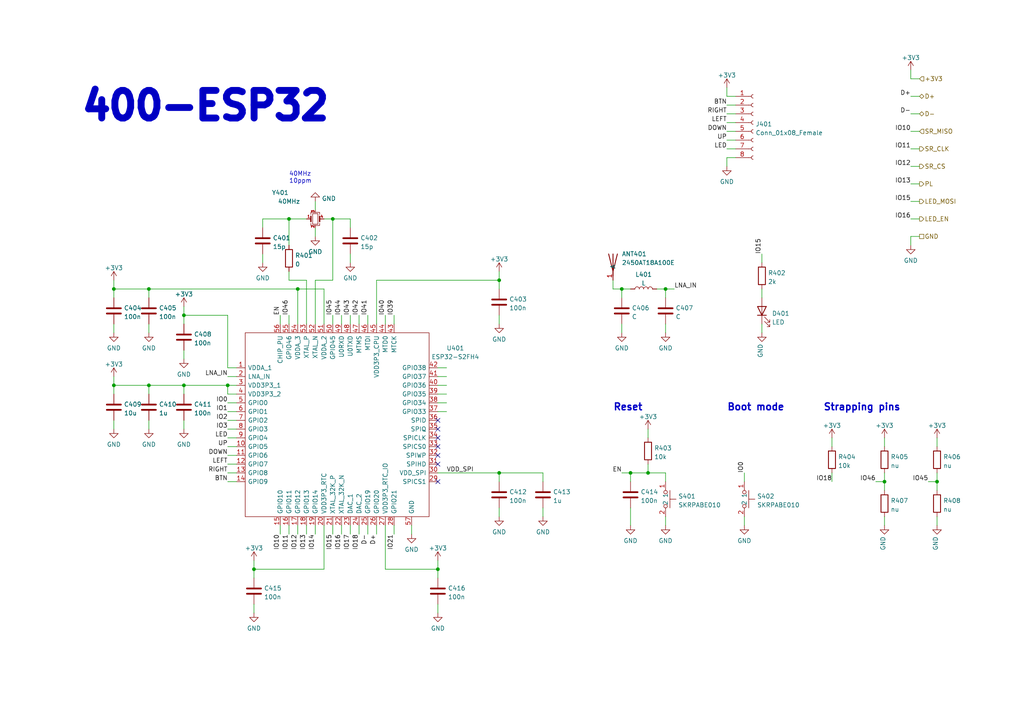
<source format=kicad_sch>
(kicad_sch (version 20211123) (generator eeschema)
  (paper "A4")
  (title_block (title "PMK_Keyboard") (date "2023-02-06") (rev "HW00") (company "PumaCorp") (comment 1 "Design by: NdG"))
  (lib_symbols
    (symbol "Component lib:2450AT18A100E" (pin_names (offset 0.762))
      (property "Reference" "ANT" (at 6.35 10.16 0))
      (property "Value" "2450AT18A100E" (at 6.35 7.62 0))
      (symbol "2450AT18A100E_0_1"
        (polyline (pts (xy 0 7.62) (xy 0 1.27)) (stroke (width 0.254)))
        (polyline (pts (xy 1.27 7.62) (xy 0 2.54) (xy -1.27 7.62)) (stroke (width 0.254)))
      )
      (symbol "2450AT18A100E_1_1"
        (pin input line (at 0 0 90) (length 2.54) (name "A") (number "1"))
      )
    )
    (symbol "Component lib:C" (pin_numbers hide) (pin_names (offset 0.254))
      (property "Reference" "C" (at 0.635 -1.27 0))
      (property "Value" "C" (at 0.635 -6.35 0))
      (symbol "C_0_1"
        (polyline (pts (xy -2.032 -4.572) (xy 2.032 -4.572)) (stroke (width 0.508)))
        (polyline (pts (xy -2.032 -3.048) (xy 2.032 -3.048)) (stroke (width 0.508)))
      )
      (symbol "C_1_1"
        (pin passive line (at 0 0 270) (length 2.794) (name "~") (number "1"))
        (pin passive line (at 0 -7.62 90) (length 2.794) (name "~") (number "2"))
      )
    )
    (symbol "Component lib:L" (pin_numbers hide) (pin_names (offset 1.016) hide)
      (property "Reference" "L" (at 3.81 -1.27 0))
      (property "Value" "L" (at 3.81 1.905 0))
      (symbol "L_0_1"
        (arc (start 2.54 0) (mid 1.905 0.635) (end 1.27 0))
        (arc (start 3.81 0) (mid 3.175 0.635) (end 2.54 0))
        (arc (start 5.08 0) (mid 4.445 0.635) (end 3.81 0))
        (arc (start 6.35 0) (mid 5.715 0.635) (end 5.08 0))
      )
      (symbol "L_1_1"
        (pin passive line (at 0 0 0) (length 1.27) (name "1") (number "1"))
        (pin passive line (at 7.62 0 180) (length 1.27) (name "2") (number "2"))
      )
    )
    (symbol "Component lib:LED" (pin_numbers hide) (pin_names (offset 1.016) hide)
      (property "Reference" "D" (at 3.81 2.54 0))
      (property "Value" "LED" (at 3.81 -2.54 0))
      (symbol "LED_0_1"
        (polyline (pts (xy 2.54 -1.27) (xy 2.54 1.27)) (stroke (width 0.254)))
        (polyline (pts (xy 2.54 0) (xy 5.08 0)))
        (polyline (pts (xy 5.08 -1.27) (xy 5.08 1.27) (xy 2.54 0) (xy 5.08 -1.27)) (stroke (width 0.254)))
        (polyline (pts (xy 0.762 -0.762) (xy -0.762 -2.286) (xy 0 -2.286) (xy -0.762 -2.286) (xy -0.762 -1.524)))
        (polyline (pts (xy 2.032 -0.762) (xy 0.508 -2.286) (xy 1.27 -2.286) (xy 0.508 -2.286) (xy 0.508 -1.524)))
      )
      (symbol "LED_1_1"
        (pin passive line (at 0 0 0) (length 2.54) (name "K") (number "1"))
        (pin passive line (at 7.62 0 180) (length 2.54) (name "A") (number "2"))
      )
    )
    (symbol "Component lib:R" (pin_numbers hide) (pin_names (offset 0))
      (property "Reference" "R" (at 2.032 -3.81 90))
      (property "Value" "R" (at 0 -3.81 90))
      (symbol "R_0_1"
        (rectangle (start -1.016 -6.35) (end 1.016 -1.27) (stroke (width 0.254)))
      )
      (symbol "R_1_1"
        (pin passive line (at 0 0 270) (length 1.27) (name "~") (number "1"))
        (pin passive line (at 0 -7.62 90) (length 1.27) (name "~") (number "2"))
      )
    )
    (symbol "Component lib:SKRPABE010" (pin_names (offset 0.762))
      (property "Reference" "S" (at 5.715 3.81 0))
      (property "Value" "SKRPABE010" (at 24.13 5.08 0))
      (symbol "SKRPABE010_0_1"
        (polyline (pts (xy 5.08 1.27) (xy 5.08 3.048)))
        (polyline (pts (xy 7.62 1.27) (xy 2.54 1.27)))
        (circle (center 3.048 0) (radius 0.508))
        (circle (center 7.112 0) (radius 0.508))
        (pin passive line (at 0 0 0) (length 2.54) (name "1") (number "1"))
        (pin passive line (at 10.16 0 180) (length 2.54) (name "2") (number "2"))
      )
    )
    (symbol "Component_lib:ESP32-S2FH4" (pin_names (offset 0.762))
      (property "Reference" "U" (at 22.86 -12.7 0))
      (property "Value" "ESP32-S2FH4" (at 22.86 -15.24 0))
      (symbol "ESP32-S2FH4_0_0"
        (pin passive line (at 0 0 0) (length 2.54) (name "VDDA_1") (number "1"))
        (pin passive line (at 0 -22.86 0) (length 2.54) (name "GPIO5") (number "10"))
        (pin passive line (at 0 -25.4 0) (length 2.54) (name "GPIO6") (number "11"))
        (pin passive line (at 0 -27.94 0) (length 2.54) (name "GPIO7") (number "12"))
        (pin passive line (at 0 -30.48 0) (length 2.54) (name "GPIO8") (number "13"))
        (pin passive line (at 0 -33.02 0) (length 2.54) (name "GPIO9") (number "14"))
        (pin passive line (at 12.7 -45.72 90) (length 2.54) (name "GPIO10") (number "15"))
        (pin passive line (at 15.24 -45.72 90) (length 2.54) (name "GPIO11") (number "16"))
        (pin passive line (at 17.78 -45.72 90) (length 2.54) (name "GPIO12") (number "17"))
        (pin passive line (at 20.32 -45.72 90) (length 2.54) (name "GPIO13") (number "18"))
        (pin passive line (at 22.86 -45.72 90) (length 2.54) (name "GPIO14") (number "19"))
        (pin passive line (at 0 -2.54 0) (length 2.54) (name "LNA_IN") (number "2"))
        (pin passive line (at 25.4 -45.72 90) (length 2.54) (name "VDD3P3_RTC") (number "20"))
        (pin passive line (at 27.94 -45.72 90) (length 2.54) (name "XTAL_32K_P") (number "21"))
        (pin passive line (at 30.48 -45.72 90) (length 2.54) (name "XTAL_32K_N") (number "22"))
        (pin passive line (at 33.02 -45.72 90) (length 2.54) (name "DAC_1") (number "23"))
        (pin passive line (at 35.56 -45.72 90) (length 2.54) (name "DAC_2") (number "24"))
        (pin passive line (at 38.1 -45.72 90) (length 2.54) (name "GPIO19") (number "25"))
        (pin passive line (at 40.64 -45.72 90) (length 2.54) (name "GPIO20") (number "26"))
        (pin passive line (at 43.18 -45.72 90) (length 2.54) (name "VDD3P3_RTC_IO") (number "27"))
        (pin passive line (at 45.72 -45.72 90) (length 2.54) (name "GPIO21") (number "28"))
        (pin passive line (at 58.42 -33.02 180) (length 2.54) (name "SPICS1") (number "29"))
        (pin passive line (at 0 -5.08 0) (length 2.54) (name "VDD3P3_1") (number "3"))
        (pin passive line (at 58.42 -30.48 180) (length 2.54) (name "VDD_SPI") (number "30"))
        (pin passive line (at 58.42 -27.94 180) (length 2.54) (name "SPIHD") (number "31"))
        (pin passive line (at 58.42 -25.4 180) (length 2.54) (name "SPIWP") (number "32"))
        (pin passive line (at 58.42 -22.86 180) (length 2.54) (name "SPICS0") (number "33"))
        (pin passive line (at 58.42 -20.32 180) (length 2.54) (name "SPICLK") (number "34"))
        (pin passive line (at 58.42 -17.78 180) (length 2.54) (name "SPIQ") (number "35"))
        (pin passive line (at 58.42 -15.24 180) (length 2.54) (name "SPID") (number "36"))
        (pin passive line (at 58.42 -12.7 180) (length 2.54) (name "GPIO33") (number "37"))
        (pin passive line (at 58.42 -10.16 180) (length 2.54) (name "GPIO34") (number "38"))
        (pin passive line (at 58.42 -7.62 180) (length 2.54) (name "GPIO35") (number "39"))
        (pin passive line (at 0 -7.62 0) (length 2.54) (name "VDD3P3_2") (number "4"))
        (pin passive line (at 58.42 -5.08 180) (length 2.54) (name "GPIO36") (number "40"))
        (pin passive line (at 58.42 -2.54 180) (length 2.54) (name "GPIO37") (number "41"))
        (pin passive line (at 58.42 0 180) (length 2.54) (name "GPIO38") (number "42"))
        (pin passive line (at 45.72 12.7 270) (length 2.54) (name "MTCK") (number "43"))
        (pin passive line (at 43.18 12.7 270) (length 2.54) (name "MTD0") (number "44"))
        (pin passive line (at 40.64 12.7 270) (length 2.54) (name "VDD3P3_CPU") (number "45"))
        (pin passive line (at 38.1 12.7 270) (length 2.54) (name "MTDI") (number "46"))
        (pin passive line (at 35.56 12.7 270) (length 2.54) (name "MTMS") (number "47"))
        (pin passive line (at 33.02 12.7 270) (length 2.54) (name "U0TXD") (number "48"))
        (pin passive line (at 30.48 12.7 270) (length 2.54) (name "U0RXD") (number "49"))
        (pin passive line (at 0 -10.16 0) (length 2.54) (name "GPIO0") (number "5"))
        (pin passive line (at 27.94 12.7 270) (length 2.54) (name "GPIO45") (number "50"))
        (pin passive line (at 25.4 12.7 270) (length 2.54) (name "VDDA_2") (number "51"))
        (pin passive line (at 22.86 12.7 270) (length 2.54) (name "XTAL_N") (number "52"))
        (pin passive line (at 20.32 12.7 270) (length 2.54) (name "XTAL_P") (number "53"))
        (pin passive line (at 17.78 12.7 270) (length 2.54) (name "VDDA_3") (number "54"))
        (pin passive line (at 15.24 12.7 270) (length 2.54) (name "GPIO46") (number "55"))
        (pin passive line (at 12.7 12.7 270) (length 2.54) (name "CHIP_PU") (number "56"))
        (pin passive line (at 50.8 -45.72 90) (length 2.54) (name "GND") (number "57"))
        (pin passive line (at 0 -12.7 0) (length 2.54) (name "GPIO1") (number "6"))
        (pin passive line (at 0 -15.24 0) (length 2.54) (name "GPIO2") (number "7"))
        (pin passive line (at 0 -17.78 0) (length 2.54) (name "GPIO3") (number "8"))
        (pin passive line (at 0 -20.32 0) (length 2.54) (name "GPIO4") (number "9"))
      )
      (symbol "ESP32-S2FH4_0_1"
        (polyline (pts (xy 2.54 10.16) (xy 55.88 10.16) (xy 55.88 -43.18) (xy 2.54 -43.18) (xy 2.54 10.16)) (stroke (width 0.1524)))
      )
    )
    (symbol "Connector:Conn_01x08_Female" (pin_names (offset 1.016) hide)
      (property "Reference" "J" (at 0 10.16 0))
      (property "Value" "Conn_01x08_Female" (at 0 -12.7 0))
      (symbol "Conn_01x08_Female_1_1"
        (arc (start 0 -9.652) (mid -0.508 -10.16) (end 0 -10.668) (stroke (width 0.1524)))
        (arc (start 0 -7.112) (mid -0.508 -7.62) (end 0 -8.128) (stroke (width 0.1524)))
        (arc (start 0 -4.572) (mid -0.508 -5.08) (end 0 -5.588) (stroke (width 0.1524)))
        (arc (start 0 -2.032) (mid -0.508 -2.54) (end 0 -3.048) (stroke (width 0.1524)))
        (polyline (pts (xy -1.27 -10.16) (xy -0.508 -10.16)) (stroke (width 0.1524)))
        (polyline (pts (xy -1.27 -7.62) (xy -0.508 -7.62)) (stroke (width 0.1524)))
        (polyline (pts (xy -1.27 -5.08) (xy -0.508 -5.08)) (stroke (width 0.1524)))
        (polyline (pts (xy -1.27 -2.54) (xy -0.508 -2.54)) (stroke (width 0.1524)))
        (polyline (pts (xy -1.27 0) (xy -0.508 0)) (stroke (width 0.1524)))
        (polyline (pts (xy -1.27 2.54) (xy -0.508 2.54)) (stroke (width 0.1524)))
        (polyline (pts (xy -1.27 5.08) (xy -0.508 5.08)) (stroke (width 0.1524)))
        (polyline (pts (xy -1.27 7.62) (xy -0.508 7.62)) (stroke (width 0.1524)))
        (arc (start 0 0.508) (mid -0.508 0) (end 0 -0.508) (stroke (width 0.1524)))
        (arc (start 0 3.048) (mid -0.508 2.54) (end 0 2.032) (stroke (width 0.1524)))
        (arc (start 0 5.588) (mid -0.508 5.08) (end 0 4.572) (stroke (width 0.1524)))
        (arc (start 0 8.128) (mid -0.508 7.62) (end 0 7.112) (stroke (width 0.1524)))
        (pin passive line (at -5.08 7.62 0) (length 3.81) (name "Pin_1") (number "1"))
        (pin passive line (at -5.08 5.08 0) (length 3.81) (name "Pin_2") (number "2"))
        (pin passive line (at -5.08 2.54 0) (length 3.81) (name "Pin_3") (number "3"))
        (pin passive line (at -5.08 0 0) (length 3.81) (name "Pin_4") (number "4"))
        (pin passive line (at -5.08 -2.54 0) (length 3.81) (name "Pin_5") (number "5"))
        (pin passive line (at -5.08 -5.08 0) (length 3.81) (name "Pin_6") (number "6"))
        (pin passive line (at -5.08 -7.62 0) (length 3.81) (name "Pin_7") (number "7"))
        (pin passive line (at -5.08 -10.16 0) (length 3.81) (name "Pin_8") (number "8"))
      )
    )
    (symbol "Device:Crystal_GND23_Small" (pin_names (offset 1.016) hide)
      (property "Reference" "Y" (at 1.27 4.445 0))
      (property "Value" "Crystal_GND23_Small" (at 1.27 2.54 0))
      (symbol "Crystal_GND23_Small_0_1"
        (rectangle (start -0.762 -1.524) (end 0.762 1.524))
        (polyline (pts (xy -1.27 -0.762) (xy -1.27 0.762)) (stroke (width 0.381)))
        (polyline (pts (xy 1.27 -0.762) (xy 1.27 0.762)) (stroke (width 0.381)))
        (polyline (pts (xy -1.27 -1.27) (xy -1.27 -1.905) (xy 1.27 -1.905) (xy 1.27 -1.27)))
        (polyline (pts (xy -1.27 1.27) (xy -1.27 1.905) (xy 1.27 1.905) (xy 1.27 1.27)))
      )
      (symbol "Crystal_GND23_Small_1_1"
        (pin passive line (at -2.54 0 0) (length 1.27) (name "1") (number "1"))
        (pin passive line (at 0 -2.54 90) (length 0.635) (name "2") (number "2"))
        (pin passive line (at 0 2.54 270) (length 0.635) (name "3") (number "3"))
        (pin passive line (at 2.54 0 180) (length 1.27) (name "4") (number "4"))
      )
    )
    (symbol "power:+3V3" (power) (pin_names (offset 0))
      (property "Value" "+3V3" (at 0 3.556 0))
      (symbol "+3V3_0_1"
        (polyline (pts (xy -0.762 1.27) (xy 0 2.54)))
        (polyline (pts (xy 0 0) (xy 0 2.54)))
        (polyline (pts (xy 0 2.54) (xy 0.762 1.27)))
      )
      (symbol "+3V3_1_1"
        (pin power_in line (at 0 0 90) (length 0) hide (name "+3V3") (number "1"))
      )
    )
    (symbol "power:GND" (power) (pin_names (offset 0))
      (property "Value" "GND" (at 0 -3.81 0))
      (symbol "GND_0_1"
        (polyline (pts (xy 0 0) (xy 0 -1.27) (xy 1.27 -1.27) (xy 0 -2.54) (xy -1.27 -1.27) (xy 0 -1.27)))
      )
      (symbol "GND_1_1"
        (pin power_in line (at 0 0 270) (length 0) hide (name "GND") (number "1"))
      )
    )
  )
  (junction (at 43.18 83.82))
  (junction (at 53.34 91.44))
  (junction (at 182.88 137.16))
  (junction (at 127 165.1))
  (junction (at 33.02 83.82))
  (junction (at 187.96 137.16))
  (junction (at 96.52 63.5))
  (junction (at 66.04 111.76))
  (junction (at 33.02 111.76))
  (junction (at 193.04 83.82))
  (junction (at 86.36 83.82))
  (junction (at 180.34 83.82))
  (junction (at 83.82 63.5))
  (junction (at 271.78 139.7))
  (junction (at 256.54 139.7))
  (junction (at 43.18 111.76))
  (junction (at 53.34 111.76))
  (junction (at 144.78 81.28))
  (junction (at 144.78 137.16))
  (junction (at 73.66 165.1))
  (no_connect (at 127 127))
  (no_connect (at 127 132.08))
  (no_connect (at 127 139.7))
  (no_connect (at 127 129.54))
  (no_connect (at 127 134.62))
  (no_connect (at 127 124.46))
  (no_connect (at 127 121.92))
  (wire (pts (xy 53.34 101.6) (xy 53.34 104.14)))
  (wire (pts (xy 66.04 129.54) (xy 68.58 129.54)))
  (wire (pts (xy 127 165.1) (xy 127 167.64)))
  (wire (pts (xy 101.6 73.66) (xy 101.6 76.2)))
  (wire (pts (xy 144.78 137.16) (xy 157.48 137.16)))
  (wire (pts (xy 127 162.56) (xy 127 165.1)))
  (wire (pts (xy 182.88 147.32) (xy 182.88 152.4)))
  (wire (pts (xy 66.04 121.92) (xy 68.58 121.92)))
  (wire (pts (xy 264.16 43.18) (xy 266.7 43.18)))
  (wire (pts (xy 106.68 91.44) (xy 106.68 93.98)))
  (wire (pts (xy 66.04 111.76) (xy 68.58 111.76)))
  (wire (pts (xy 264.16 22.86) (xy 266.7 22.86)))
  (wire (pts (xy 53.34 114.3) (xy 53.34 111.76)))
  (wire (pts (xy 83.82 71.12) (xy 83.82 63.5)))
  (wire (pts (xy 109.22 152.4) (xy 109.22 154.94)))
  (wire (pts (xy 256.54 137.16) (xy 256.54 139.7)))
  (wire (pts (xy 114.3 91.44) (xy 114.3 93.98)))
  (wire (pts (xy 111.76 91.44) (xy 111.76 93.98)))
  (wire (pts (xy 264.16 20.32) (xy 264.16 22.86)))
  (wire (pts (xy 193.04 93.98) (xy 193.04 96.52)))
  (wire (pts (xy 264.16 63.5) (xy 266.7 63.5)))
  (wire (pts (xy 53.34 88.9) (xy 53.34 91.44)))
  (wire (pts (xy 96.52 91.44) (xy 96.52 93.98)))
  (wire (pts (xy 43.18 83.82) (xy 43.18 86.36)))
  (wire (pts (xy 66.04 127) (xy 68.58 127)))
  (wire (pts (xy 33.02 81.28) (xy 33.02 83.82)))
  (wire (pts (xy 88.9 152.4) (xy 88.9 154.94)))
  (wire (pts (xy 93.98 83.82) (xy 86.36 83.82)))
  (wire (pts (xy 210.82 35.56) (xy 213.36 35.56)))
  (wire (pts (xy 76.2 66.04) (xy 76.2 63.5)))
  (wire (pts (xy 157.48 147.32) (xy 157.48 149.86)))
  (wire (pts (xy 129.54 119.38) (xy 127 119.38)))
  (wire (pts (xy 210.82 40.64) (xy 213.36 40.64)))
  (wire (pts (xy 177.8 81.28) (xy 177.8 83.82)))
  (wire (pts (xy 264.16 53.34) (xy 266.7 53.34)))
  (wire (pts (xy 99.06 91.44) (xy 99.06 93.98)))
  (wire (pts (xy 157.48 137.16) (xy 157.48 139.7)))
  (wire (pts (xy 76.2 73.66) (xy 76.2 76.2)))
  (wire (pts (xy 241.3 127) (xy 241.3 129.54)))
  (wire (pts (xy 33.02 121.92) (xy 33.02 124.46)))
  (wire (pts (xy 83.82 63.5) (xy 88.9 63.5)))
  (wire (pts (xy 96.52 152.4) (xy 96.52 154.94)))
  (wire (pts (xy 83.82 81.28) (xy 88.9 81.28)))
  (wire (pts (xy 256.54 139.7) (xy 256.54 142.24)))
  (wire (pts (xy 264.16 27.94) (xy 266.7 27.94)))
  (wire (pts (xy 127 137.16) (xy 144.78 137.16)))
  (wire (pts (xy 81.28 91.44) (xy 81.28 93.98)))
  (wire (pts (xy 210.82 43.18) (xy 213.36 43.18)))
  (wire (pts (xy 193.04 149.86) (xy 193.04 152.4)))
  (wire (pts (xy 264.16 38.1) (xy 266.7 38.1)))
  (wire (pts (xy 177.8 83.82) (xy 180.34 83.82)))
  (wire (pts (xy 254 139.7) (xy 256.54 139.7)))
  (wire (pts (xy 220.98 73.66) (xy 220.98 76.2)))
  (wire (pts (xy 180.34 93.98) (xy 180.34 96.52)))
  (wire (pts (xy 93.98 63.5) (xy 96.52 63.5)))
  (wire (pts (xy 193.04 83.82) (xy 193.04 86.36)))
  (wire (pts (xy 144.78 78.74) (xy 144.78 81.28)))
  (wire (pts (xy 109.22 81.28) (xy 144.78 81.28)))
  (wire (pts (xy 73.66 175.26) (xy 73.66 177.8)))
  (wire (pts (xy 210.82 38.1) (xy 213.36 38.1)))
  (wire (pts (xy 193.04 83.82) (xy 195.58 83.82)))
  (wire (pts (xy 271.78 149.86) (xy 271.78 152.4)))
  (wire (pts (xy 88.9 81.28) (xy 88.9 93.98)))
  (wire (pts (xy 144.78 81.28) (xy 144.78 83.82)))
  (wire (pts (xy 101.6 63.5) (xy 96.52 63.5)))
  (wire (pts (xy 86.36 152.4) (xy 86.36 154.94)))
  (wire (pts (xy 91.44 152.4) (xy 91.44 154.94)))
  (wire (pts (xy 111.76 165.1) (xy 127 165.1)))
  (wire (pts (xy 210.82 33.02) (xy 213.36 33.02)))
  (wire (pts (xy 33.02 83.82) (xy 43.18 83.82)))
  (wire (pts (xy 81.28 152.4) (xy 81.28 154.94)))
  (wire (pts (xy 210.82 45.72) (xy 213.36 45.72)))
  (wire (pts (xy 241.3 137.16) (xy 241.3 139.7)))
  (wire (pts (xy 127 116.84) (xy 129.54 116.84)))
  (wire (pts (xy 210.82 25.4) (xy 210.82 27.94)))
  (wire (pts (xy 111.76 152.4) (xy 111.76 165.1)))
  (wire (pts (xy 264.16 58.42) (xy 266.7 58.42)))
  (wire (pts (xy 127 111.76) (xy 129.54 111.76)))
  (wire (pts (xy 187.96 124.46) (xy 187.96 127)))
  (wire (pts (xy 180.34 83.82) (xy 182.88 83.82)))
  (wire (pts (xy 53.34 93.98) (xy 53.34 91.44)))
  (wire (pts (xy 104.14 91.44) (xy 104.14 93.98)))
  (wire (pts (xy 73.66 162.56) (xy 73.66 165.1)))
  (wire (pts (xy 96.52 81.28) (xy 91.44 81.28)))
  (wire (pts (xy 33.02 114.3) (xy 33.02 111.76)))
  (wire (pts (xy 264.16 68.58) (xy 266.7 68.58)))
  (wire (pts (xy 99.06 152.4) (xy 99.06 154.94)))
  (wire (pts (xy 271.78 139.7) (xy 271.78 142.24)))
  (wire (pts (xy 66.04 109.22) (xy 68.58 109.22)))
  (wire (pts (xy 73.66 165.1) (xy 93.98 165.1)))
  (wire (pts (xy 43.18 83.82) (xy 86.36 83.82)))
  (wire (pts (xy 66.04 124.46) (xy 68.58 124.46)))
  (wire (pts (xy 66.04 137.16) (xy 68.58 137.16)))
  (wire (pts (xy 93.98 93.98) (xy 93.98 83.82)))
  (wire (pts (xy 271.78 137.16) (xy 271.78 139.7)))
  (wire (pts (xy 66.04 91.44) (xy 66.04 106.68)))
  (wire (pts (xy 43.18 121.92) (xy 43.18 124.46)))
  (wire (pts (xy 215.9 137.16) (xy 215.9 139.7)))
  (wire (pts (xy 33.02 111.76) (xy 43.18 111.76)))
  (wire (pts (xy 119.38 152.4) (xy 119.38 154.94)))
  (wire (pts (xy 68.58 114.3) (xy 66.04 114.3)))
  (wire (pts (xy 180.34 86.36) (xy 180.34 83.82)))
  (wire (pts (xy 101.6 66.04) (xy 101.6 63.5)))
  (wire (pts (xy 271.78 127) (xy 271.78 129.54)))
  (wire (pts (xy 182.88 137.16) (xy 187.96 137.16)))
  (wire (pts (xy 91.44 81.28) (xy 91.44 93.98)))
  (wire (pts (xy 144.78 137.16) (xy 144.78 139.7)))
  (wire (pts (xy 53.34 111.76) (xy 66.04 111.76)))
  (wire (pts (xy 43.18 114.3) (xy 43.18 111.76)))
  (wire (pts (xy 83.82 81.28) (xy 83.82 78.74)))
  (wire (pts (xy 264.16 33.02) (xy 266.7 33.02)))
  (wire (pts (xy 256.54 149.86) (xy 256.54 152.4)))
  (wire (pts (xy 66.04 119.38) (xy 68.58 119.38)))
  (wire (pts (xy 53.34 121.92) (xy 53.34 124.46)))
  (wire (pts (xy 127 109.22) (xy 129.54 109.22)))
  (wire (pts (xy 190.5 83.82) (xy 193.04 83.82)))
  (wire (pts (xy 264.16 71.12) (xy 264.16 68.58)))
  (wire (pts (xy 66.04 106.68) (xy 68.58 106.68)))
  (wire (pts (xy 144.78 147.32) (xy 144.78 149.86)))
  (wire (pts (xy 86.36 83.82) (xy 86.36 93.98)))
  (wire (pts (xy 114.3 152.4) (xy 114.3 154.94)))
  (wire (pts (xy 83.82 91.44) (xy 83.82 93.98)))
  (wire (pts (xy 187.96 137.16) (xy 193.04 137.16)))
  (wire (pts (xy 91.44 58.42) (xy 91.44 60.96)))
  (wire (pts (xy 93.98 165.1) (xy 93.98 152.4)))
  (wire (pts (xy 269.24 139.7) (xy 271.78 139.7)))
  (wire (pts (xy 210.82 30.48) (xy 213.36 30.48)))
  (wire (pts (xy 66.04 134.62) (xy 68.58 134.62)))
  (wire (pts (xy 66.04 139.7) (xy 68.58 139.7)))
  (wire (pts (xy 33.02 93.98) (xy 33.02 96.52)))
  (wire (pts (xy 53.34 91.44) (xy 66.04 91.44)))
  (wire (pts (xy 106.68 152.4) (xy 106.68 154.94)))
  (wire (pts (xy 96.52 63.5) (xy 96.52 81.28)))
  (wire (pts (xy 43.18 93.98) (xy 43.18 96.52)))
  (wire (pts (xy 101.6 91.44) (xy 101.6 93.98)))
  (wire (pts (xy 33.02 86.36) (xy 33.02 83.82)))
  (wire (pts (xy 187.96 134.62) (xy 187.96 137.16)))
  (wire (pts (xy 83.82 152.4) (xy 83.82 154.94)))
  (wire (pts (xy 215.9 149.86) (xy 215.9 152.4)))
  (wire (pts (xy 264.16 48.26) (xy 266.7 48.26)))
  (wire (pts (xy 91.44 66.04) (xy 91.44 68.58)))
  (wire (pts (xy 256.54 127) (xy 256.54 129.54)))
  (wire (pts (xy 220.98 83.82) (xy 220.98 86.36)))
  (wire (pts (xy 144.78 91.44) (xy 144.78 93.98)))
  (wire (pts (xy 182.88 137.16) (xy 182.88 139.7)))
  (wire (pts (xy 127 106.68) (xy 129.54 106.68)))
  (wire (pts (xy 127 175.26) (xy 127 177.8)))
  (wire (pts (xy 76.2 63.5) (xy 83.82 63.5)))
  (wire (pts (xy 109.22 81.28) (xy 109.22 93.98)))
  (wire (pts (xy 66.04 132.08) (xy 68.58 132.08)))
  (wire (pts (xy 180.34 137.16) (xy 182.88 137.16)))
  (wire (pts (xy 101.6 152.4) (xy 101.6 154.94)))
  (wire (pts (xy 127 114.3) (xy 129.54 114.3)))
  (wire (pts (xy 220.98 93.98) (xy 220.98 96.52)))
  (wire (pts (xy 66.04 114.3) (xy 66.04 111.76)))
  (wire (pts (xy 66.04 116.84) (xy 68.58 116.84)))
  (wire (pts (xy 210.82 48.26) (xy 210.82 45.72)))
  (wire (pts (xy 43.18 111.76) (xy 53.34 111.76)))
  (wire (pts (xy 210.82 27.94) (xy 213.36 27.94)))
  (wire (pts (xy 193.04 137.16) (xy 193.04 139.7)))
  (wire (pts (xy 33.02 109.22) (xy 33.02 111.76)))
  (wire (pts (xy 73.66 165.1) (xy 73.66 167.64)))
  (wire (pts (xy 104.14 152.4) (xy 104.14 154.94)))
  (text "Boot mode\n" (at 210.82 119.38 0) (effects (font (size 2 2) (thickness 0.4) bold) (justify left bottom)))
  (text "Reset\n" (at 177.8 119.38 0) (effects (font (size 2 2) (thickness 0.4) bold) (justify left bottom)))
  (text "40MHz \n10ppm" (at 83.82 53.34 0) (effects (font (size 1.27 1.27)) (justify left bottom)))
  (text "400-ESP32" (at 22.86 35.56 0) (effects (font (size 8 8) (thickness 3) bold) (justify left bottom)))
  (text "Strapping pins" (at 238.76 119.38 0) (effects (font (size 2 2) (thickness 0.4) bold) (justify left bottom)))
  (label "D-" (at 106.68 154.94 270))
  (label "IO45" (at 269.24 139.7 180))
  (label "IO44" (at 99.06 91.44 90))
  (label "IO14" (at 91.44 154.94 270))
  (label "LEFT" (at 66.04 134.62 180))
  (label "IO43" (at 101.6 91.44 90))
  (label "IO17" (at 101.6 154.94 270))
  (label "IO0" (at 66.04 116.84 180))
  (label "LEFT" (at 210.82 35.56 180))
  (label "VDD_SPI" (at 129.54 137.16 0))
  (label "RIGHT" (at 210.82 33.02 180))
  (label "LED" (at 66.04 127 180))
  (label "LED" (at 210.82 43.18 180))
  (label "IO13" (at 88.9 154.94 270))
  (label "EN" (at 180.34 137.16 180))
  (label "IO18" (at 241.3 139.7 180))
  (label "IO16" (at 99.06 154.94 270))
  (label "IO46" (at 254 139.7 180))
  (label "UP" (at 66.04 129.54 180))
  (label "IO40" (at 111.76 91.44 90))
  (label "BTN" (at 66.04 139.7 180))
  (label "IO15" (at 96.52 154.94 270))
  (label "IO13" (at 264.16 53.34 180))
  (label "DOWN" (at 210.82 38.1 180))
  (label "IO18" (at 104.14 154.94 270))
  (label "BTN" (at 210.82 30.48 180))
  (label "IO0" (at 215.9 137.16 90))
  (label "UP" (at 210.82 40.64 180))
  (label "IO15" (at 264.16 58.42 180))
  (label "IO41" (at 106.68 91.44 90))
  (label "IO11" (at 83.82 154.94 270))
  (label "IO42" (at 104.14 91.44 90))
  (label "IO16" (at 264.16 63.5 180))
  (label "LNA_IN" (at 66.04 109.22 180))
  (label "LNA_IN" (at 195.58 83.82 0))
  (label "IO10" (at 81.28 154.94 270))
  (label "D+" (at 109.22 154.94 270))
  (label "IO39" (at 114.3 91.44 90))
  (label "IO11" (at 264.16 43.18 180))
  (label "IO21" (at 114.3 154.94 270))
  (label "IO15" (at 220.98 73.66 90))
  (label "DOWN" (at 66.04 132.08 180))
  (label "IO46" (at 83.82 91.44 90))
  (label "IO1" (at 66.04 119.38 180))
  (label "EN" (at 81.28 91.44 90))
  (label "IO2" (at 66.04 121.92 180))
  (label "IO12" (at 86.36 154.94 270))
  (label "IO12" (at 264.16 48.26 180))
  (label "IO3" (at 66.04 124.46 180))
  (label "IO45" (at 96.52 91.44 90))
  (label "D-" (at 264.16 33.02 180))
  (label "IO10" (at 264.16 38.1 180))
  (label "RIGHT" (at 66.04 137.16 180))
  (label "D+" (at 264.16 27.94 180))
  (hierarchical_label "SR_CS" (shape output) (at 266.7 48.26 0))
  (hierarchical_label "LED_MOSI" (shape output) (at 266.7 58.42 0))
  (hierarchical_label "SR_CLK" (shape output) (at 266.7 43.18 0))
  (hierarchical_label "+3V3" (shape input) (at 266.7 22.86 0))
  (hierarchical_label "D+" (shape bidirectional) (at 266.7 27.94 0))
  (hierarchical_label "GND" (shape passive) (at 266.7 68.58 0))
  (hierarchical_label "PL" (shape output) (at 266.7 53.34 0))
  (hierarchical_label "LED_EN" (shape output) (at 266.7 63.5 0))
  (hierarchical_label "D-" (shape bidirectional) (at 266.7 33.02 0))
  (hierarchical_label "SR_MISO" (shape input) (at 266.7 38.1 0))
  (symbol (lib_id "power:+3V3") (at 264.16 20.32 0) (unit 1)
    (property "Reference" "#PWR0401" (effects hide))
    (property "Value" "+3V3" (at 264.16 16.7442 0))
  )
  (symbol (lib_id "power:GND") (at 91.44 58.42 180) (unit 1)
    (property "Reference" "#PWR0402" (effects hide))
    (property "Value" "GND" (at 93.345 57.5838 0) (effects (justify right)))
  )
  (symbol (lib_id "power:GND") (at 193.04 96.52 0) (unit 1)
    (property "Reference" "#PWR0414" (effects hide))
    (property "Value" "GND" (at 193.04 100.9634 0))
  )
  (symbol (lib_id "Connector:Conn_01x08_Female") (at 218.44 35.56 0) (unit 1)
    (property "Reference" "J401" (at 219.1512 35.9953 0) (effects (justify left)))
    (property "Value" "Conn_01x08_Female" (at 219.1512 38.5322 0) (effects (justify left)))
    (property "Footprint" "Connector_PinHeader_1.00mm:PinHeader_1x08_P1.00mm_Vertical" (effects hide))
  )
  (symbol (lib_id "power:GND") (at 127 177.8 0) (unit 1)
    (property "Reference" "#PWR0436" (effects hide))
    (property "Value" "GND" (at 127 182.2434 0))
  )
  (symbol (lib_id "power:+3V3") (at 33.02 81.28 0) (unit 1)
    (property "Reference" "#PWR0408" (effects hide))
    (property "Value" "+3V3" (at 33.02 77.7042 0))
  )
  (symbol (lib_id "power:GND") (at 33.02 124.46 0) (unit 1)
    (property "Reference" "#PWR0418" (effects hide))
    (property "Value" "GND" (at 33.02 128.9034 0))
  )
  (symbol (lib_id "power:GND") (at 210.82 48.26 0) (unit 1)
    (property "Reference" "#PWR0119" (effects hide))
    (property "Value" "GND" (at 210.82 52.7034 0))
  )
  (symbol (lib_id "power:+3V3") (at 271.78 127 0) (unit 1)
    (property "Reference" "#PWR0424" (effects hide))
    (property "Value" "+3V3" (at 271.78 123.4242 0))
  )
  (symbol (lib_id "Component lib:C") (at 127 167.64 0) (unit 1)
    (property "Reference" "C416" (at 129.921 170.6153 0) (effects (justify left)))
    (property "Value" "100n" (at 129.921 173.1522 0) (effects (justify left)))
    (property "Footprint" "Capacitor_SMD:C_0402_1005Metric" (effects hide))
  )
  (symbol (lib_id "power:+3V3") (at 256.54 127 0) (unit 1)
    (property "Reference" "#PWR0423" (effects hide))
    (property "Value" "+3V3" (at 256.54 123.4242 0))
  )
  (symbol (lib_id "Component lib:2450AT18A100E") (at 177.8 81.28 0) (unit 1)
    (property "Reference" "ANT401" (at 180.34 73.66 0) (effects (justify left)))
    (property "Value" "2450AT18A100E" (at 180.34 76.2 0) (effects (justify left)))
    (property "Footprint" "Component_lib:ANTC3216X140N" (effects hide))
    (property "Datasheet" "https://www.johansontechnology.com/datasheets/2450AT18A100/2450AT18A100.pdf" (effects hide))
    (property "Description" "Antennas 2.45GHz ANTENNA" (effects hide))
    (property "Height" "1.4" (effects hide))
    (property "Mouser Part Number" "609-2450AT18A100E" (effects hide))
    (property "Mouser Price/Stock" "https://www.mouser.co.uk/ProductDetail/Johanson-Technology/2450AT18A100E?qs=yCnrNFeXz%252BjzOYKPg7LGCw%3D%3D" (effects hide))
    (property "Manufacturer_Name" "JOHANSON TECHNOLOGY" (effects hide))
    (property "Manufacturer_Part_Number" "2450AT18A100E" (effects hide))
  )
  (symbol (lib_id "power:GND") (at 43.18 124.46 0) (unit 1)
    (property "Reference" "#PWR0419" (effects hide))
    (property "Value" "GND" (at 43.18 128.9034 0))
  )
  (symbol (lib_id "power:GND") (at 53.34 124.46 0) (unit 1)
    (property "Reference" "#PWR0420" (effects hide))
    (property "Value" "GND" (at 53.34 128.9034 0))
  )
  (symbol (lib_id "Component lib:R") (at 271.78 129.54 0) (unit 1)
    (property "Reference" "R406" (at 273.558 132.5153 0) (effects (justify left)))
    (property "Value" "nu" (at 273.558 135.0522 0) (effects (justify left)))
    (property "Footprint" "Resistor_SMD:R_0201_0603Metric" (effects hide))
  )
  (symbol (lib_id "power:+3V3") (at 53.34 88.9 0) (unit 1)
    (property "Reference" "#PWR0409" (effects hide))
    (property "Value" "+3V3" (at 53.34 85.3242 0))
  )
  (symbol (lib_id "power:GND") (at 73.66 177.8 0) (unit 1)
    (property "Reference" "#PWR0435" (effects hide))
    (property "Value" "GND" (at 73.66 182.2434 0))
  )
  (symbol (lib_id "power:GND") (at 182.88 152.4 0) (unit 1)
    (property "Reference" "#PWR0427" (effects hide))
    (property "Value" "GND" (at 182.88 156.8434 0))
  )
  (symbol (lib_id "power:GND") (at 144.78 93.98 0) (unit 1)
    (property "Reference" "#PWR0410" (effects hide))
    (property "Value" "GND" (at 144.78 98.4234 0))
  )
  (symbol (lib_id "Component lib:SKRPABE010") (at 193.04 139.7 270) (unit 1)
    (property "Reference" "S401" (at 196.723 143.9453 90) (effects (justify left)))
    (property "Value" "SKRPABE010" (at 196.723 146.4822 90) (effects (justify left)))
    (property "Footprint" "Component_lib:SKRPABE010" (effects hide))
    (property "Datasheet" "https://datasheet.lcsc.com/szlcsc/ALPS-Electric-SKRPABE010_C115360.pdf" (effects hide))
    (property "Description" "Switch Tactile N.O. SPST Button J-Bend 0.05A 16VDC 1.57N SMD Automotive T/R" (effects hide))
    (property "Height" "2.5" (effects hide))
    (property "Mouser Part Number" "688-SKRPAB" (effects hide))
    (property "Mouser Price/Stock" "https://www.mouser.co.uk/ProductDetail/Alps-Alpine/SKRPABE010?qs=m0BA540hBPe1GpcSf%2FZ5Yw%3D%3D" (effects hide))
    (property "Manufacturer_Name" "ALPS Electric" (effects hide))
    (property "Manufacturer_Part_Number" "SKRPABE010" (effects hide))
  )
  (symbol (lib_id "power:+3V3") (at 210.82 25.4 0) (unit 1)
    (property "Reference" "#PWR0120" (effects hide))
    (property "Value" "+3V3" (at 210.82 21.8242 0))
  )
  (symbol (lib_id "Component lib:R") (at 256.54 129.54 0) (unit 1)
    (property "Reference" "R405" (at 258.318 132.5153 0) (effects (justify left)))
    (property "Value" "nu" (at 258.318 135.0522 0) (effects (justify left)))
    (property "Footprint" "Resistor_SMD:R_0201_0603Metric" (effects hide))
  )
  (symbol (lib_id "power:+3V3") (at 33.02 109.22 0) (unit 1)
    (property "Reference" "#PWR0417" (effects hide))
    (property "Value" "+3V3" (at 33.02 105.6442 0))
  )
  (symbol (lib_id "Component lib:C") (at 76.2 66.04 0) (unit 1)
    (property "Reference" "C401" (at 79.121 69.0153 0) (effects (justify left)))
    (property "Value" "15p" (at 79.121 71.5522 0) (effects (justify left)))
    (property "Footprint" "Capacitor_SMD:C_0201_0603Metric" (effects hide))
  )
  (symbol (lib_id "Component lib:C") (at 193.04 86.36 0) (unit 1)
    (property "Reference" "C407" (at 195.961 89.3353 0) (effects (justify left)))
    (property "Value" "C" (at 195.961 91.8722 0) (effects (justify left)))
    (property "Footprint" "Capacitor_SMD:C_0201_0603Metric" (effects hide))
  )
  (symbol (lib_id "Component lib:L") (at 182.88 83.82 0) (unit 1)
    (property "Reference" "L401" (at 186.69 79.6122 0))
    (property "Value" "L" (at 186.69 82.1491 0))
    (property "Footprint" "Inductor_SMD:L_0201_0603Metric" (effects hide))
  )
  (symbol (lib_id "power:GND") (at 33.02 96.52 0) (unit 1)
    (property "Reference" "#PWR0411" (effects hide))
    (property "Value" "GND" (at 33.02 100.9634 0))
  )
  (symbol (lib_id "Component lib:R") (at 241.3 129.54 0) (unit 1)
    (property "Reference" "R404" (at 243.078 132.5153 0) (effects (justify left)))
    (property "Value" "10k" (at 243.078 135.0522 0) (effects (justify left)))
    (property "Footprint" "Resistor_SMD:R_0201_0603Metric" (effects hide))
  )
  (symbol (lib_id "power:+3V3") (at 144.78 78.74 0) (unit 1)
    (property "Reference" "#PWR0407" (effects hide))
    (property "Value" "+3V3" (at 144.78 75.1642 0))
  )
  (symbol (lib_id "Component lib:C") (at 43.18 114.3 0) (unit 1)
    (property "Reference" "C410" (at 46.101 117.2753 0) (effects (justify left)))
    (property "Value" "1u" (at 46.101 119.8122 0) (effects (justify left)))
    (property "Footprint" "Capacitor_SMD:C_0402_1005Metric" (effects hide))
  )
  (symbol (lib_id "power:GND") (at 193.04 152.4 0) (unit 1)
    (property "Reference" "#PWR0428" (effects hide))
    (property "Value" "GND" (at 193.04 156.8434 0))
  )
  (symbol (lib_id "power:GND") (at 220.98 96.52 0) (unit 1)
    (property "Reference" "#PWR0415" (effects hide))
    (property "Value" "GND" (at 220.5462 99.695 90) (effects (justify right)))
  )
  (symbol (lib_id "power:GND") (at 76.2 76.2 0) (unit 1)
    (property "Reference" "#PWR0405" (effects hide))
    (property "Value" "GND" (at 76.2 80.6434 0))
  )
  (symbol (lib_id "power:GND") (at 91.44 68.58 0) (unit 1)
    (property "Reference" "#PWR0404" (effects hide))
    (property "Value" "GND" (at 91.44 73.0234 0))
  )
  (symbol (lib_id "power:GND") (at 144.78 149.86 0) (unit 1)
    (property "Reference" "#PWR0425" (effects hide))
    (property "Value" "GND" (at 144.78 154.3034 0))
  )
  (symbol (lib_id "Component lib:C") (at 101.6 66.04 0) (unit 1)
    (property "Reference" "C402" (at 104.521 69.0153 0) (effects (justify left)))
    (property "Value" "15p" (at 104.521 71.5522 0) (effects (justify left)))
    (property "Footprint" "Capacitor_SMD:C_0201_0603Metric" (effects hide))
  )
  (symbol (lib_id "power:GND") (at 53.34 104.14 0) (unit 1)
    (property "Reference" "#PWR0416" (effects hide))
    (property "Value" "GND" (at 53.34 108.5834 0))
  )
  (symbol (lib_id "power:GND") (at 256.54 152.4 0) (unit 1)
    (property "Reference" "#PWR0430" (effects hide))
    (property "Value" "GND" (at 256.1062 155.575 90) (effects (justify right)))
  )
  (symbol (lib_id "Component lib:C") (at 180.34 86.36 0) (unit 1)
    (property "Reference" "C406" (at 183.261 89.3353 0) (effects (justify left)))
    (property "Value" "C" (at 183.261 91.8722 0) (effects (justify left)))
    (property "Footprint" "Capacitor_SMD:C_0201_0603Metric" (effects hide))
  )
  (symbol (lib_id "power:GND") (at 271.78 152.4 0) (unit 1)
    (property "Reference" "#PWR0431" (effects hide))
    (property "Value" "GND" (at 271.3462 155.575 90) (effects (justify right)))
  )
  (symbol (lib_id "power:+3V3") (at 187.96 124.46 0) (unit 1)
    (property "Reference" "#PWR0421" (effects hide))
    (property "Value" "+3V3" (at 187.96 120.8842 0))
  )
  (symbol (lib_id "Component lib:C") (at 157.48 139.7 0) (unit 1)
    (property "Reference" "C413" (at 160.401 142.6753 0) (effects (justify left)))
    (property "Value" "1u" (at 160.401 145.2122 0) (effects (justify left)))
    (property "Footprint" "Capacitor_SMD:C_0402_1005Metric" (effects hide))
  )
  (symbol (lib_id "Component lib:C") (at 33.02 114.3 0) (unit 1)
    (property "Reference" "C409" (at 35.941 117.2753 0) (effects (justify left)))
    (property "Value" "10u" (at 35.941 119.8122 0) (effects (justify left)))
    (property "Footprint" "Capacitor_SMD:C_0603_1608Metric" (effects hide))
  )
  (symbol (lib_id "Component lib:C") (at 53.34 93.98 0) (unit 1)
    (property "Reference" "C408" (at 56.261 96.9553 0) (effects (justify left)))
    (property "Value" "100n" (at 56.261 99.4922 0) (effects (justify left)))
    (property "Footprint" "Capacitor_SMD:C_0402_1005Metric" (effects hide))
  )
  (symbol (lib_id "Component lib:C") (at 182.88 139.7 0) (unit 1)
    (property "Reference" "C414" (at 185.801 142.6753 0) (effects (justify left)))
    (property "Value" "100n" (at 185.801 145.2122 0) (effects (justify left)))
    (property "Footprint" "Capacitor_SMD:C_0402_1005Metric" (effects hide))
  )
  (symbol (lib_id "power:GND") (at 264.16 71.12 0) (unit 1)
    (property "Reference" "#PWR0403" (effects hide))
    (property "Value" "GND" (at 264.16 75.5634 0))
  )
  (symbol (lib_id "Component lib:C") (at 144.78 139.7 0) (unit 1)
    (property "Reference" "C412" (at 147.701 142.6753 0) (effects (justify left)))
    (property "Value" "100n" (at 147.701 145.2122 0) (effects (justify left)))
    (property "Footprint" "Capacitor_SMD:C_0402_1005Metric" (effects hide))
  )
  (symbol (lib_id "Component lib:C") (at 33.02 86.36 0) (unit 1)
    (property "Reference" "C404" (at 35.941 89.3353 0) (effects (justify left)))
    (property "Value" "100n" (at 35.941 91.8722 0) (effects (justify left)))
    (property "Footprint" "Capacitor_SMD:C_0402_1005Metric" (effects hide))
  )
  (symbol (lib_id "power:GND") (at 180.34 96.52 0) (unit 1)
    (property "Reference" "#PWR0413" (effects hide))
    (property "Value" "GND" (at 180.34 100.9634 0))
  )
  (symbol (lib_id "power:+3V3") (at 127 162.56 0) (unit 1)
    (property "Reference" "#PWR0434" (effects hide))
    (property "Value" "+3V3" (at 127 158.9842 0))
  )
  (symbol (lib_id "Component lib:C") (at 73.66 167.64 0) (unit 1)
    (property "Reference" "C415" (at 76.581 170.6153 0) (effects (justify left)))
    (property "Value" "100n" (at 76.581 173.1522 0) (effects (justify left)))
    (property "Footprint" "Capacitor_SMD:C_0402_1005Metric" (effects hide))
  )
  (symbol (lib_id "Component lib:C") (at 144.78 83.82 0) (unit 1)
    (property "Reference" "C403" (at 147.701 86.7953 0) (effects (justify left)))
    (property "Value" "100n" (at 147.701 89.3322 0) (effects (justify left)))
    (property "Footprint" "Capacitor_SMD:C_0402_1005Metric" (effects hide))
  )
  (symbol (lib_id "Component lib:R") (at 271.78 142.24 0) (unit 1)
    (property "Reference" "R408" (at 273.558 145.2153 0) (effects (justify left)))
    (property "Value" "nu" (at 273.558 147.7522 0) (effects (justify left)))
    (property "Footprint" "Resistor_SMD:R_0201_0603Metric" (effects hide))
  )
  (symbol (lib_id "power:GND") (at 101.6 76.2 0) (unit 1)
    (property "Reference" "#PWR0406" (effects hide))
    (property "Value" "GND" (at 101.6 80.6434 0))
  )
  (symbol (lib_id "Component lib:SKRPABE010") (at 215.9 139.7 270) (unit 1)
    (property "Reference" "S402" (at 219.583 143.9453 90) (effects (justify left)))
    (property "Value" "SKRPABE010" (at 219.583 146.4822 90) (effects (justify left)))
    (property "Footprint" "Component_lib:SKRPABE010" (effects hide))
    (property "Datasheet" "https://datasheet.lcsc.com/szlcsc/ALPS-Electric-SKRPABE010_C115360.pdf" (effects hide))
    (property "Description" "Switch Tactile N.O. SPST Button J-Bend 0.05A 16VDC 1.57N SMD Automotive T/R" (effects hide))
    (property "Height" "2.5" (effects hide))
    (property "Mouser Part Number" "688-SKRPAB" (effects hide))
    (property "Mouser Price/Stock" "https://www.mouser.co.uk/ProductDetail/Alps-Alpine/SKRPABE010?qs=m0BA540hBPe1GpcSf%2FZ5Yw%3D%3D" (effects hide))
    (property "Manufacturer_Name" "ALPS Electric" (effects hide))
    (property "Manufacturer_Part_Number" "SKRPABE010" (effects hide))
  )
  (symbol (lib_id "power:+3V3") (at 73.66 162.56 0) (unit 1)
    (property "Reference" "#PWR0433" (effects hide))
    (property "Value" "+3V3" (at 73.66 158.9842 0))
  )
  (symbol (lib_id "Component lib:LED") (at 220.98 93.98 90) (unit 1)
    (property "Reference" "D401" (at 223.901 90.9228 90) (effects (justify right)))
    (property "Value" "LED" (at 223.901 93.4597 90) (effects (justify right)))
    (property "Footprint" "LED_SMD:LED_0402_1005Metric" (effects hide))
  )
  (symbol (lib_id "power:GND") (at 119.38 154.94 0) (unit 1)
    (property "Reference" "#PWR0432" (effects hide))
    (property "Value" "GND" (at 119.38 159.3834 0))
  )
  (symbol (lib_id "Device:Crystal_GND23_Small") (at 91.44 63.5 0) (unit 1)
    (property "Reference" "Y401" (at 81.28 55.88 0))
    (property "Value" "40MHz" (at 83.82 58.42 0))
    (property "Footprint" "Component_lib:Crystal_SMD_2016-4Pin_2.0x1.6mm" (effects hide))
  )
  (symbol (lib_id "power:GND") (at 157.48 149.86 0) (unit 1)
    (property "Reference" "#PWR0426" (effects hide))
    (property "Value" "GND" (at 157.48 154.3034 0))
  )
  (symbol (lib_id "Component lib:C") (at 43.18 86.36 0) (unit 1)
    (property "Reference" "C405" (at 46.101 89.3353 0) (effects (justify left)))
    (property "Value" "100n" (at 46.101 91.8722 0) (effects (justify left)))
    (property "Footprint" "Capacitor_SMD:C_0402_1005Metric" (effects hide))
  )
  (symbol (lib_id "Component lib:R") (at 187.96 127 0) (unit 1)
    (property "Reference" "R403" (at 189.738 129.9753 0) (effects (justify left)))
    (property "Value" "10k" (at 189.738 132.5122 0) (effects (justify left)))
    (property "Footprint" "Resistor_SMD:R_0201_0603Metric" (effects hide))
  )
  (symbol (lib_id "Component lib:R") (at 220.98 76.2 0) (unit 1)
    (property "Reference" "R402" (at 222.758 79.1753 0) (effects (justify left)))
    (property "Value" "2k" (at 222.758 81.7122 0) (effects (justify left)))
    (property "Footprint" "Resistor_SMD:R_0201_0603Metric" (effects hide))
  )
  (symbol (lib_id "Component lib:C") (at 53.34 114.3 0) (unit 1)
    (property "Reference" "C411" (at 56.261 117.2753 0) (effects (justify left)))
    (property "Value" "100n" (at 56.261 119.8122 0) (effects (justify left)))
    (property "Footprint" "Capacitor_SMD:C_0402_1005Metric" (effects hide))
  )
  (symbol (lib_id "power:+3V3") (at 241.3 127 0) (unit 1)
    (property "Reference" "#PWR0422" (effects hide))
    (property "Value" "+3V3" (at 241.3 123.4242 0))
  )
  (symbol (lib_id "Component lib:R") (at 83.82 71.12 0) (unit 1)
    (property "Reference" "R401" (at 85.598 74.0953 0) (effects (justify left)))
    (property "Value" "0" (at 85.598 76.6322 0) (effects (justify left)))
    (property "Footprint" "Resistor_SMD:R_0201_0603Metric" (effects hide))
  )
  (symbol (lib_id "power:GND") (at 215.9 152.4 0) (unit 1)
    (property "Reference" "#PWR0429" (effects hide))
    (property "Value" "GND" (at 215.9 156.8434 0))
  )
  (symbol (lib_id "Component lib:R") (at 256.54 142.24 0) (unit 1)
    (property "Reference" "R407" (at 258.318 145.2153 0) (effects (justify left)))
    (property "Value" "nu" (at 258.318 147.7522 0) (effects (justify left)))
    (property "Footprint" "Resistor_SMD:R_0201_0603Metric" (effects hide))
  )
  (symbol (lib_id "Component_lib:ESP32-S2FH4") (at 68.58 106.68 0) (unit 1)
    (property "Reference" "U401" (at 132.0844 100.9735 0))
    (property "Value" "ESP32-S2FH4" (at 132.0844 103.5104 0))
    (property "Footprint" "Component_lib:QFN40P700X700X90-57N-D" (effects hide))
    (property "Datasheet" "https://www.mouser.ch/datasheet/2/891/esp32_s2_datasheet_en-1773066.pdf" (effects hide))
    (property "Description" "ESP32-S2FH4" (effects hide))
    (property "Height" "0.9" (effects hide))
    (property "Mouser Part Number" "356-ESP32-S2FH4" (effects hide))
    (property "Mouser Price/Stock" "https://www.mouser.co.uk/ProductDetail/Espressif-Systems/ESP32-S2FH4?qs=DPoM0jnrROVef2vYCoSa1w%3D%3D" (effects hide))
    (property "Manufacturer_Name" "Espressif Systems" (effects hide))
    (property "Manufacturer_Part_Number" "ESP32-S2FH4" (effects hide))
  )
  (symbol (lib_id "power:GND") (at 43.18 96.52 0) (unit 1)
    (property "Reference" "#PWR0412" (effects hide))
    (property "Value" "GND" (at 43.18 100.9634 0))
  )
)
</source>
